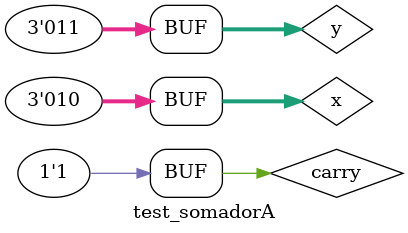
<source format=v>


// OBS: A numeração dos exemplos não estava batendo com o número dos exercícios, então mencionei os dois
// no cabeçalho.

// ------------------------- 
// nbit adder 
// ------------------------- 
module FullAdder(s, c_out, x, y, c_in);
  output s, c_out;
  input x, y, c_in;
  wire a, b, c;
// descrever por portas 
  xor (a, x, y);
  xor (s, a, c_in);   
  and (b, x, y);
  and (c, a, c_in);
  or (c_out, c, b);
endmodule //FullAdder

// ------------------------- 
// somador algebrico
// ------------------------- 
module somadorA(s, c_out, x, y, c_in);
  output [2:0] s;
  output c_out;
  input  [2:0] x, y;
  input c_in;
  wire c1, c2, z1, z2, z3, z4;
  // descrever por portas 
  xor (z1, y[0] , c_in);
  xor (z2, y[1] , c_in);
  xor (z3, y[2] , c_in);
  FullAdder FA0(s[0], c1, x[0], z1, c_in);
  FullAdder FA1(s[1], c2, x[1], z2, c1);
  FullAdder FA2(s[2], z4, x[2], z3, c2);
  xor (c_out, z4 , c_in);
endmodule //somadorA

module test_somadorA; 
// ------------------------- definir dados 
reg [2:0] x; 
reg [2:0] y; 
reg carry; 
wire [2:0] soma;
wire c_out; 

somadorA somador(soma, c_out, x, y, carry);
// ------------------------- parte principal 
  initial
  begin
  $display("Exemplo0032 - Gabriel Benjamim de Carvalho - 396690"); 
  $display("Test Somador Algebrico"); 
  // projetar testes do somador complete 
  $monitor($time," x= %b y=%b c_in= %b /// carry out= %b soma= %b\n",x, y, carry,c_out,soma);
  end
  
  // Entradas
  initial
  begin
  x = 3'd2;y = 3'd4; carry = 1'b0;


  #5 x = 3'd2;y = 3'd3;
  #5 x = 3'd2;y = 3'd1;
  #5 x = 3'd1;y = 3'd2;

  
   #5 x = 3'd2;y = 3'd3;carry = 1'b1;
  #5 x = 3'd1;y = 3'd3;
  #5 x = 3'd2;y = 3'd3;


  end
endmodule // test_fullAdder 
</source>
